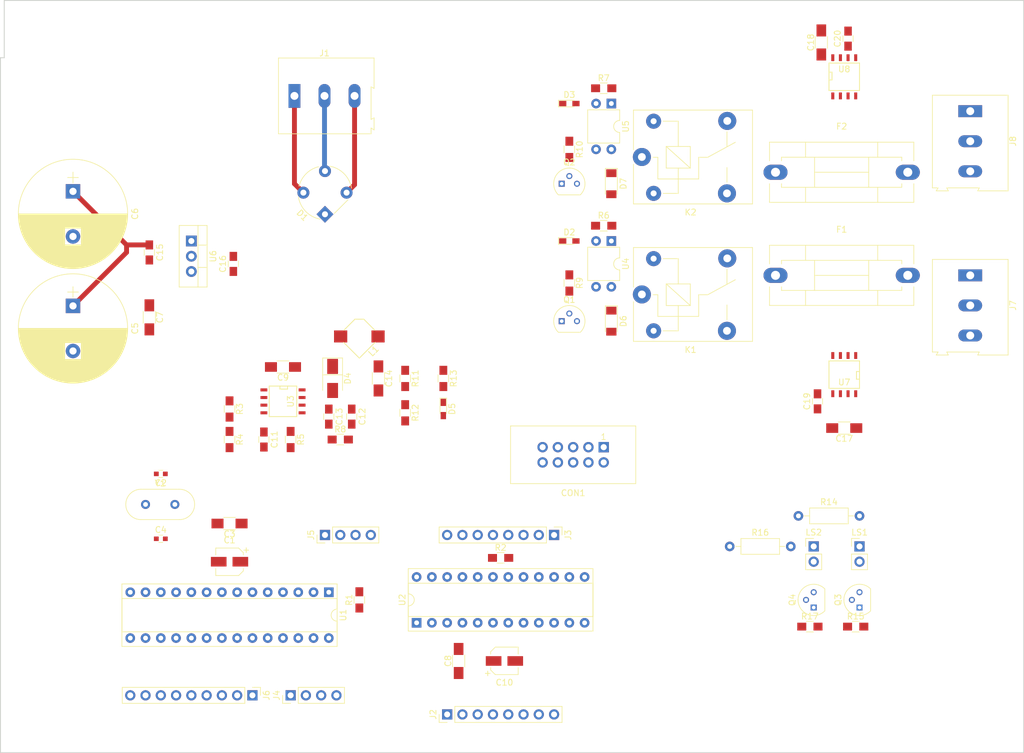
<source format=kicad_pcb>
(kicad_pcb (version 4) (host pcbnew 4.0.7)
  (layers (0 F.Cu signal) (31 B.Cu signal) (34 B.Paste user) (35 F.Paste user) (36 B.SilkS user) (37 F.SilkS user) (38 B.Mask user) (39 F.Mask user) (44 Edge.Cuts user))
  (net 0 "")
  (net 1 +5V)
  (net 2 GND)
  (net 3 /XTAL1)
  (net 4 /XTAL2)
  (net 5 +15V)
  (net 6 "Net-(C11-Pad1)")
  (net 7 /12V)
  (net 8 "Net-(C20-Pad1)")
  (net 9 /MOSI)
  (net 10 "Net-(CON1-Pad3)")
  (net 11 "Net-(CON1-Pad10)")
  (net 12 /RESET)
  (net 13 /SCK)
  (net 14 /MISO)
  (net 15 /AC_IN_NEUT)
  (net 16 /AC_IN_HOT)
  (net 17 /CH0_EN)
  (net 18 "Net-(D2-Pad2)")
  (net 19 /CH1_EN)
  (net 20 "Net-(D3-Pad2)")
  (net 21 "Net-(D4-Pad1)")
  (net 22 /VCOIL)
  (net 23 "Net-(D5-Pad2)")
  (net 24 "Net-(D6-Pad2)")
  (net 25 "Net-(D7-Pad2)")
  (net 26 "Net-(F1-Pad1)")
  (net 27 "Net-(F2-Pad1)")
  (net 28 /DIG0)
  (net 29 /DIG1)
  (net 30 /DIG2)
  (net 31 /DIG3)
  (net 32 /DIG4)
  (net 33 /DIG5)
  (net 34 /DIG6)
  (net 35 /DIG7)
  (net 36 /SEGB)
  (net 37 /SEGG)
  (net 38 /SEGA)
  (net 39 /SEGC)
  (net 40 /SEGF)
  (net 41 /SEGDP)
  (net 42 /SEGE)
  (net 43 /SEGD)
  (net 44 /BLUEFRUIT_SS)
  (net 45 /IRQ)
  (net 46 /DFU)
  (net 47 /BLUEFRUIT_RST)
  (net 48 /DISP_EXTRA_0)
  (net 49 /DISP_COLON_0)
  (net 50 /DISP_EXTRA_1)
  (net 51 /DISP_COLON_1)
  (net 52 /CH0_AC_MID)
  (net 53 /CH1_AC_MID)
  (net 54 "Net-(LS1-Pad1)")
  (net 55 "Net-(LS1-Pad2)")
  (net 56 "Net-(LS2-Pad1)")
  (net 57 "Net-(LS2-Pad2)")
  (net 58 "Net-(Q1-Pad2)")
  (net 59 "Net-(Q2-Pad2)")
  (net 60 /AUD1)
  (net 61 /AUD2)
  (net 62 "Net-(R3-Pad2)")
  (net 63 "Net-(R6-Pad2)")
  (net 64 "Net-(U1-Pad2)")
  (net 65 /DISPLAY_SS)
  (net 66 "Net-(U1-Pad3)")
  (net 67 "Net-(U1-Pad21)")
  (net 68 "Net-(U1-Pad26)")
  (net 69 /CH0_VIOUT)
  (net 70 /CH1_VIOUT)
  (net 71 "Net-(U2-Pad24)")
  (net 72 /CH0_AC_OUT)
  (net 73 /CH1_AC_OUT)
  (net 74 "Net-(C9-Pad1)")
  (net 75 "Net-(C9-Pad2)")
  (net 76 "Net-(C12-Pad1)")
  (net 77 "Net-(C12-Pad2)")
  (net 78 "Net-(C14-Pad2)")
  (net 79 "Net-(C19-Pad1)")
  (net 80 "Net-(R2-Pad2)")
  (net 81 "Net-(R7-Pad2)")
  (net 82 "Net-(R9-Pad1)")
  (net 83 "Net-(R10-Pad1)")
  (net 84 "Net-(R11-Pad2)")
  (net 85 "Net-(F1-Pad2)")
  (net 86 "Net-(F2-Pad2)")
  (net 87 "Net-(J7-Pad2)")
  (net 88 "Net-(J8-Pad2)")
  (net 89 "Net-(K1-Pad4)")
  (net 90 "Net-(K2-Pad4)")
  (module Capacitors_SMD:CP_Elec_4x4.5 (layer F.Cu) (at 97.155 132.715 180)
    (fp_text reference C1 (at 0 3.58 360) (layer F.SilkS))
    (fp_text value 10uF)
    (fp_text user + (at -2.78 1.99 360) (layer F.SilkS))
    (pad 1 smd rect (at -1.8 0) (size 2.6 1.6) (layers F.Cu F.Paste F.Mask) (net 1 +5V))
    (pad 2 smd rect (at 1.8 0) (size 2.6 1.6) (layers F.Cu F.Paste F.Mask) (net 2 GND))
  )
  (module Capacitors_SMD:C_0603 (layer F.Cu) (at 85.725 118.11 180)
    (fp_text reference C2 (at 0 -1.5 180) (layer F.SilkS))
    (fp_text value 20pF)
    (pad 2 smd rect (at 0.75 0 180) (size 0.8 0.75) (layers F.Cu F.Paste F.Mask) (net 2 GND))
    (pad 1 smd rect (at -0.75 0 180) (size 0.8 0.75) (layers F.Cu F.Paste F.Mask) (net 3 /XTAL1))
  )
  (module Capacitors_SMD:C_1206_HandSoldering (layer F.Cu) (at 97.155 126.365 180)
    (fp_text reference C3 (at 0 -1.75 180) (layer F.SilkS))
    (fp_text value 100nF)
    (pad 1 smd rect (at -2 0 180) (size 2 1.6) (layers F.Cu F.Paste F.Mask) (net 1 +5V))
    (pad 2 smd rect (at 2 0 180) (size 2 1.6) (layers F.Cu F.Paste F.Mask) (net 2 GND))
  )
  (module Capacitors_SMD:C_0603 (layer F.Cu) (at 85.725 128.905)
    (fp_text reference C4 (at 0 -1.5) (layer F.SilkS))
    (fp_text value 20pF)
    (pad 2 smd rect (at 0.75 0) (size 0.8 0.75) (layers F.Cu F.Paste F.Mask) (net 2 GND))
    (pad 1 smd rect (at -0.75 0) (size 0.8 0.75) (layers F.Cu F.Paste F.Mask) (net 4 /XTAL2))
  )
  (module Capacitors_THT:CP_Radial_D18.0mm_P7.50mm (layer F.Cu) (at 71.12 90.17 270)
    (fp_text reference C5 (at 3.75 -10.31 270) (layer F.SilkS))
    (fp_text value 6800uF)
    (pad 1 thru_hole rect (at 0 0 270) (size 2.4 2.4) (drill 1.2) (layers *.Cu *.Mask) (net 5 +15V))
    (pad 2 thru_hole circle (at 7.5 0 270) (size 2.4 2.4) (drill 1.2) (layers *.Cu *.Mask) (net 2 GND))
  )
  (module Capacitors_THT:CP_Radial_D18.0mm_P7.50mm (layer F.Cu) (at 71.12 71.12 270)
    (fp_text reference C6 (at 3.75 -10.31 270) (layer F.SilkS))
    (fp_text value 6800uF)
    (pad 1 thru_hole rect (at 0 0 270) (size 2.4 2.4) (drill 1.2) (layers *.Cu *.Mask) (net 5 +15V))
    (pad 2 thru_hole circle (at 7.5 0 270) (size 2.4 2.4) (drill 1.2) (layers *.Cu *.Mask) (net 2 GND))
  )
  (module Capacitors_SMD:C_1206_HandSoldering (layer F.Cu) (at 83.82 92.075 270)
    (fp_text reference C7 (at 0 -1.75 270) (layer F.SilkS))
    (fp_text value 10uF)
    (pad 1 smd rect (at -2 0 270) (size 2 1.6) (layers F.Cu F.Paste F.Mask) (net 5 +15V))
    (pad 2 smd rect (at 2 0 270) (size 2 1.6) (layers F.Cu F.Paste F.Mask) (net 2 GND))
  )
  (module Capacitors_SMD:C_1206_HandSoldering (layer F.Cu) (at 135.255 149.225 90)
    (fp_text reference C8 (at 0 -1.75 90) (layer F.SilkS))
    (fp_text value 100nF)
    (pad 1 smd rect (at -2 0 90) (size 2 1.6) (layers F.Cu F.Paste F.Mask) (net 1 +5V))
    (pad 2 smd rect (at 2 0 90) (size 2 1.6) (layers F.Cu F.Paste F.Mask) (net 2 GND))
  )
  (module Capacitors_SMD:C_1206_HandSoldering (layer F.Cu) (at 106.045 100.33 180)
    (fp_text reference C9 (at 0 -1.75 180) (layer F.SilkS))
    (fp_text value 0.1uF)
    (pad 1 smd rect (at -2 0 180) (size 2 1.6) (layers F.Cu F.Paste F.Mask) (net 74 "Net-(C9-Pad1)"))
    (pad 2 smd rect (at 2 0 180) (size 2 1.6) (layers F.Cu F.Paste F.Mask) (net 75 "Net-(C9-Pad2)"))
  )
  (module Capacitors_SMD:CP_Elec_4x4.5 (layer F.Cu) (at 142.875 149.225)
    (fp_text reference C10 (at 0 3.58 180) (layer F.SilkS))
    (fp_text value 10uF)
    (fp_text user + (at -2.78 1.99 180) (layer F.SilkS))
    (pad 1 smd rect (at -1.8 0 180) (size 2.6 1.6) (layers F.Cu F.Paste F.Mask) (net 1 +5V))
    (pad 2 smd rect (at 1.8 0 180) (size 2.6 1.6) (layers F.Cu F.Paste F.Mask) (net 2 GND))
  )
  (module Capacitors_SMD:C_0805_HandSoldering (layer F.Cu) (at 102.87 112.395 270)
    (fp_text reference C11 (at 0 -1.75 270) (layer F.SilkS))
    (fp_text value 0.015uf)
    (pad 1 smd rect (at -1.25 0 270) (size 1.5 1.25) (layers F.Cu F.Paste F.Mask) (net 6 "Net-(C11-Pad1)"))
    (pad 2 smd rect (at 1.25 0 270) (size 1.5 1.25) (layers F.Cu F.Paste F.Mask) (net 2 GND))
  )
  (module Capacitors_SMD:C_0805_HandSoldering (layer F.Cu) (at 117.475 108.585 270)
    (fp_text reference C12 (at 0 -1.75 270) (layer F.SilkS))
    (fp_text value 680pF)
    (pad 1 smd rect (at -1.25 0 270) (size 1.5 1.25) (layers F.Cu F.Paste F.Mask) (net 76 "Net-(C12-Pad1)"))
    (pad 2 smd rect (at 1.25 0 270) (size 1.5 1.25) (layers F.Cu F.Paste F.Mask) (net 77 "Net-(C12-Pad2)"))
  )
  (module Capacitors_SMD:C_0805_HandSoldering (layer F.Cu) (at 113.665 108.585 270)
    (fp_text reference C13 (at 0 -1.75 270) (layer F.SilkS))
    (fp_text value 47pF)
    (pad 1 smd rect (at -1.25 0 270) (size 1.5 1.25) (layers F.Cu F.Paste F.Mask) (net 76 "Net-(C12-Pad1)"))
    (pad 2 smd rect (at 1.25 0 270) (size 1.5 1.25) (layers F.Cu F.Paste F.Mask) (net 2 GND))
  )
  (module Capacitors_SMD:C_1206_HandSoldering (layer F.Cu) (at 121.92 102.235 270)
    (fp_text reference C14 (at 0 -1.75 270) (layer F.SilkS))
    (fp_text value 10uF)
    (pad 1 smd rect (at -2 0 270) (size 2 1.6) (layers F.Cu F.Paste F.Mask) (net 1 +5V))
    (pad 2 smd rect (at 2 0 270) (size 2 1.6) (layers F.Cu F.Paste F.Mask) (net 78 "Net-(C14-Pad2)"))
  )
  (module Capacitors_SMD:C_0805_HandSoldering (layer F.Cu) (at 83.82 81.28 270)
    (fp_text reference C15 (at 0 -1.75 270) (layer F.SilkS))
    (fp_text value 0.33uF)
    (pad 1 smd rect (at -1.25 0 270) (size 1.5 1.25) (layers F.Cu F.Paste F.Mask) (net 5 +15V))
    (pad 2 smd rect (at 1.25 0 270) (size 1.5 1.25) (layers F.Cu F.Paste F.Mask) (net 2 GND))
  )
  (module Capacitors_SMD:C_1206_HandSoldering (layer F.Cu) (at 199.39 110.49 180)
    (fp_text reference C17 (at 0 -1.75 180) (layer F.SilkS))
    (fp_text value 100nF)
    (pad 1 smd rect (at -2 0 180) (size 2 1.6) (layers F.Cu F.Paste F.Mask) (net 1 +5V))
    (pad 2 smd rect (at 2 0 180) (size 2 1.6) (layers F.Cu F.Paste F.Mask) (net 2 GND))
  )
  (module Capacitors_SMD:C_1206_HandSoldering (layer F.Cu) (at 195.58 46.355 90)
    (fp_text reference C18 (at 0 -1.75 90) (layer F.SilkS))
    (fp_text value 100nF)
    (pad 1 smd rect (at -2 0 90) (size 2 1.6) (layers F.Cu F.Paste F.Mask) (net 1 +5V))
    (pad 2 smd rect (at 2 0 90) (size 2 1.6) (layers F.Cu F.Paste F.Mask) (net 2 GND))
  )
  (module Capacitors_SMD:C_0805_HandSoldering (layer F.Cu) (at 200.025 45.72 90)
    (fp_text reference C20 (at 0 -1.75 90) (layer F.SilkS))
    (fp_text value 1nF)
    (pad 1 smd rect (at -1.25 0 90) (size 1.5 1.25) (layers F.Cu F.Paste F.Mask) (net 8 "Net-(C20-Pad1)"))
    (pad 2 smd rect (at 1.25 0 90) (size 1.5 1.25) (layers F.Cu F.Paste F.Mask) (net 2 GND))
  )
  (module Connectors:IDC_Header_Straight_10pins (layer F.Cu) (at 159.385 113.665 180)
    (fp_text reference CON1 (at 5.08 -7.62 180) (layer F.SilkS))
    (fp_text value AVR-ISP-10)
    (fp_text user 1 (at 0.02 1.72 180) (layer F.SilkS) (effects (font (thickness 0.12))))
    (pad 1 thru_hole rect (at 0 0 180) (size 1.7272 1.7272) (drill 1.016) (layers *.Cu *.Mask) (net 9 /MOSI))
    (pad 2 thru_hole oval (at 0 -2.54 180) (size 1.7272 1.7272) (drill 1.016) (layers *.Cu *.Mask) (net 1 +5V))
    (pad 3 thru_hole oval (at 2.54 0 180) (size 1.7272 1.7272) (drill 1.016) (layers *.Cu *.Mask) (net 10 "Net-(CON1-Pad3)"))
    (pad 4 thru_hole oval (at 2.54 -2.54 180) (size 1.7272 1.7272) (drill 1.016) (layers *.Cu *.Mask) (net 11 "Net-(CON1-Pad10)"))
    (pad 5 thru_hole oval (at 5.08 0 180) (size 1.7272 1.7272) (drill 1.016) (layers *.Cu *.Mask) (net 12 /RESET))
    (pad 6 thru_hole oval (at 5.08 -2.54 180) (size 1.7272 1.7272) (drill 1.016) (layers *.Cu *.Mask) (net 11 "Net-(CON1-Pad10)"))
    (pad 7 thru_hole oval (at 7.62 0 180) (size 1.7272 1.7272) (drill 1.016) (layers *.Cu *.Mask) (net 13 /SCK))
    (pad 8 thru_hole oval (at 7.62 -2.54 180) (size 1.7272 1.7272) (drill 1.016) (layers *.Cu *.Mask) (net 11 "Net-(CON1-Pad10)"))
    (pad 9 thru_hole oval (at 10.16 0 180) (size 1.7272 1.7272) (drill 1.016) (layers *.Cu *.Mask) (net 14 /MISO))
    (pad 10 thru_hole oval (at 10.16 -2.54 180) (size 1.7272 1.7272) (drill 1.016) (layers *.Cu *.Mask) (net 11 "Net-(CON1-Pad10)"))
  )
  (module Diodes_THT:Diode_Bridge_Round_D8.9mm (layer F.Cu) (at 113.03 74.93 135)
    (fp_text reference D1 (at 2.54 -2.794 135) (layer F.SilkS))
    (fp_text value "110B2 (W01G)")
    (pad 4 thru_hole oval (at 5.08 0 135) (size 2 2) (drill 1) (layers *.Cu *.Mask) (net 16 /AC_IN_HOT))
    (pad 2 thru_hole oval (at 0 5.08 135) (size 2 2) (drill 1) (layers *.Cu *.Mask) (net 15 /AC_IN_NEUT))
    (pad 3 thru_hole oval (at 5.08 5.08 135) (size 2 2) (drill 1) (layers *.Cu *.Mask) (net 2 GND))
    (pad 1 thru_hole rect (at 0 0 135) (size 2 2) (drill 1) (layers *.Cu *.Mask) (net 5 +15V))
  )
  (module LEDs:LED_0603_HandSoldering (layer F.Cu) (at 153.67 79.375)
    (fp_text reference D2 (at 0 -1.45) (layer F.SilkS))
    (fp_text value LED)
    (pad 1 smd rect (at -1.1 0) (size 1.2 0.9) (layers F.Cu F.Paste F.Mask) (net 17 /CH0_EN))
    (pad 2 smd rect (at 1.1 0) (size 1.2 0.9) (layers F.Cu F.Paste F.Mask) (net 18 "Net-(D2-Pad2)"))
  )
  (module LEDs:LED_0603_HandSoldering (layer F.Cu) (at 153.67 56.515)
    (fp_text reference D3 (at 0 -1.45) (layer F.SilkS))
    (fp_text value LED)
    (pad 1 smd rect (at -1.1 0) (size 1.2 0.9) (layers F.Cu F.Paste F.Mask) (net 19 /CH1_EN))
    (pad 2 smd rect (at 1.1 0) (size 1.2 0.9) (layers F.Cu F.Paste F.Mask) (net 20 "Net-(D3-Pad2)"))
  )
  (module footprints:D_SMA (layer F.Cu) (at 114.3 102.235 270)
    (fp_text reference D4 (at 0 -2.5 270) (layer F.SilkS))
    (fp_text value B220A)
    (pad 1 smd rect (at -2 0 270) (size 2.5 1.8) (layers F.Cu F.Paste F.Mask) (net 21 "Net-(D4-Pad1)"))
    (pad 2 smd rect (at 2 0 270) (size 2.5 1.8) (layers F.Cu F.Paste F.Mask) (net 78 "Net-(C14-Pad2)"))
  )
  (module LEDs:LED_0603_HandSoldering (layer F.Cu) (at 132.715 107.315 270)
    (fp_text reference D5 (at 0 -1.45 270) (layer F.SilkS))
    (fp_text value LED)
    (pad 1 smd rect (at -1.1 0 270) (size 1.2 0.9) (layers F.Cu F.Paste F.Mask) (net 2 GND))
    (pad 2 smd rect (at 1.1 0 270) (size 1.2 0.9) (layers F.Cu F.Paste F.Mask) (net 23 "Net-(D5-Pad2)"))
  )
  (module Diodes_SMD:D_MiniMELF (layer F.Cu) (at 160.655 92.71 270)
    (fp_text reference D6 (at 0 -2 270) (layer F.SilkS))
    (fp_text value LL4148)
    (pad 1 smd rect (at -1.75 0 270) (size 1.3 1.7) (layers F.Cu F.Paste F.Mask) (net 22 /VCOIL))
    (pad 2 smd rect (at 1.75 0 270) (size 1.3 1.7) (layers F.Cu F.Paste F.Mask) (net 24 "Net-(D6-Pad2)"))
  )
  (module Diodes_SMD:D_MiniMELF (layer F.Cu) (at 160.655 69.85 270)
    (fp_text reference D7 (at 0 -2 270) (layer F.SilkS))
    (fp_text value LL4148)
    (pad 1 smd rect (at -1.75 0 270) (size 1.3 1.7) (layers F.Cu F.Paste F.Mask) (net 22 /VCOIL))
    (pad 2 smd rect (at 1.75 0 270) (size 1.3 1.7) (layers F.Cu F.Paste F.Mask) (net 25 "Net-(D7-Pad2)"))
  )
  (module Fuse_Holders_and_Fuses:Fuseholder5x20_horiz_SemiClosed_Casing10x25mm (layer F.Cu) (at 187.96 85.09)
    (fp_text reference F1 (at 11 -7.62) (layer F.SilkS))
    (fp_text value Fuse)
    (pad 2 thru_hole oval (at 22 0 270) (size 2.5 4) (drill 1.5) (layers *.Cu *.Mask) (net 85 "Net-(F1-Pad2)"))
    (pad 1 thru_hole oval (at 0 0 270) (size 2.5 4) (drill 1.5) (layers *.Cu *.Mask) (net 26 "Net-(F1-Pad1)"))
  )
  (module Fuse_Holders_and_Fuses:Fuseholder5x20_horiz_SemiClosed_Casing10x25mm (layer F.Cu) (at 187.96 67.945)
    (fp_text reference F2 (at 11 -7.62) (layer F.SilkS))
    (fp_text value Fuse)
    (pad 2 thru_hole oval (at 22 0 270) (size 2.5 4) (drill 1.5) (layers *.Cu *.Mask) (net 86 "Net-(F2-Pad2)"))
    (pad 1 thru_hole oval (at 0 0 270) (size 2.5 4) (drill 1.5) (layers *.Cu *.Mask) (net 27 "Net-(F2-Pad1)"))
  )
  (module Connectors:AK300-3 (layer F.Cu) (at 107.95 55.245)
    (fp_text reference J1 (at 5 -7.1) (layer F.SilkS))
    (fp_text value AC_IN)
    (pad 1 thru_hole rect (at 0 0) (size 1.98 3.96) (drill 1.32) (layers *.Cu F.Paste F.Mask) (net 16 /AC_IN_HOT))
    (pad 2 thru_hole oval (at 5 0) (size 1.98 3.96) (drill 1.32) (layers *.Cu F.Paste F.Mask) (net 2 GND))
    (pad 3 thru_hole oval (at 10 0) (size 1.98 3.96) (drill 1.32) (layers *.Cu F.Paste F.Mask) (net 15 /AC_IN_NEUT))
  )
  (module Pin_Headers:Pin_Header_Straight_1x08_Pitch2.54mm (layer F.Cu) (at 133.35 158.115 90)
    (fp_text reference J2 (at 0 -2.33 90) (layer F.SilkS))
    (fp_text value DIGITS)
    (pad 1 thru_hole rect (at 0 0 90) (size 1.7 1.7) (drill 1) (layers *.Cu *.Mask) (net 28 /DIG0))
    (pad 2 thru_hole oval (at 0 2.54 90) (size 1.7 1.7) (drill 1) (layers *.Cu *.Mask) (net 29 /DIG1))
    (pad 3 thru_hole oval (at 0 5.08 90) (size 1.7 1.7) (drill 1) (layers *.Cu *.Mask) (net 30 /DIG2))
    (pad 4 thru_hole oval (at 0 7.62 90) (size 1.7 1.7) (drill 1) (layers *.Cu *.Mask) (net 31 /DIG3))
    (pad 5 thru_hole oval (at 0 10.16 90) (size 1.7 1.7) (drill 1) (layers *.Cu *.Mask) (net 32 /DIG4))
    (pad 6 thru_hole oval (at 0 12.7 90) (size 1.7 1.7) (drill 1) (layers *.Cu *.Mask) (net 33 /DIG5))
    (pad 7 thru_hole oval (at 0 15.24 90) (size 1.7 1.7) (drill 1) (layers *.Cu *.Mask) (net 34 /DIG6))
    (pad 8 thru_hole oval (at 0 17.78 90) (size 1.7 1.7) (drill 1) (layers *.Cu *.Mask) (net 35 /DIG7))
  )
  (module Pin_Headers:Pin_Header_Straight_1x08_Pitch2.54mm (layer F.Cu) (at 151.13 128.27 270)
    (fp_text reference J3 (at 0 -2.33 270) (layer F.SilkS))
    (fp_text value SEGMENTS)
    (pad 1 thru_hole rect (at 0 0 270) (size 1.7 1.7) (drill 1) (layers *.Cu *.Mask) (net 36 /SEGB))
    (pad 2 thru_hole oval (at 0 2.54 270) (size 1.7 1.7) (drill 1) (layers *.Cu *.Mask) (net 37 /SEGG))
    (pad 3 thru_hole oval (at 0 5.08 270) (size 1.7 1.7) (drill 1) (layers *.Cu *.Mask) (net 38 /SEGA))
    (pad 4 thru_hole oval (at 0 7.62 270) (size 1.7 1.7) (drill 1) (layers *.Cu *.Mask) (net 39 /SEGC))
    (pad 5 thru_hole oval (at 0 10.16 270) (size 1.7 1.7) (drill 1) (layers *.Cu *.Mask) (net 40 /SEGF))
    (pad 6 thru_hole oval (at 0 12.7 270) (size 1.7 1.7) (drill 1) (layers *.Cu *.Mask) (net 41 /SEGDP))
    (pad 7 thru_hole oval (at 0 15.24 270) (size 1.7 1.7) (drill 1) (layers *.Cu *.Mask) (net 42 /SEGE))
    (pad 8 thru_hole oval (at 0 17.78 270) (size 1.7 1.7) (drill 1) (layers *.Cu *.Mask) (net 43 /SEGD))
  )
  (module Pin_Headers:Pin_Header_Straight_1x04_Pitch2.54mm (layer F.Cu) (at 107.315 154.94 90)
    (fp_text reference J4 (at 0 -2.33 90) (layer F.SilkS))
    (fp_text value DISP0_EXTRAS)
    (pad 1 thru_hole rect (at 0 0 90) (size 1.7 1.7) (drill 1) (layers *.Cu *.Mask) (net 1 +5V))
    (pad 2 thru_hole oval (at 0 2.54 90) (size 1.7 1.7) (drill 1) (layers *.Cu *.Mask) (net 1 +5V))
    (pad 3 thru_hole oval (at 0 5.08 90) (size 1.7 1.7) (drill 1) (layers *.Cu *.Mask) (net 48 /DISP_EXTRA_0))
    (pad 4 thru_hole oval (at 0 7.62 90) (size 1.7 1.7) (drill 1) (layers *.Cu *.Mask) (net 49 /DISP_COLON_0))
  )
  (module Pin_Headers:Pin_Header_Straight_1x04_Pitch2.54mm (layer F.Cu) (at 113.03 128.27 90)
    (fp_text reference J5 (at 0 -2.33 90) (layer F.SilkS))
    (fp_text value DISP1_EXTRAS)
    (pad 1 thru_hole rect (at 0 0 90) (size 1.7 1.7) (drill 1) (layers *.Cu *.Mask) (net 1 +5V))
    (pad 2 thru_hole oval (at 0 2.54 90) (size 1.7 1.7) (drill 1) (layers *.Cu *.Mask) (net 1 +5V))
    (pad 3 thru_hole oval (at 0 5.08 90) (size 1.7 1.7) (drill 1) (layers *.Cu *.Mask) (net 50 /DISP_EXTRA_1))
    (pad 4 thru_hole oval (at 0 7.62 90) (size 1.7 1.7) (drill 1) (layers *.Cu *.Mask) (net 51 /DISP_COLON_1))
  )
  (module Pin_Headers:Pin_Header_Straight_1x09_Pitch2.54mm (layer F.Cu) (at 100.965 154.94 270)
    (fp_text reference J6 (at 0 -2.33 270) (layer F.SilkS))
    (fp_text value BLUEFRUIT_CONNECTOR)
    (pad 1 thru_hole rect (at 0 0 270) (size 1.7 1.7) (drill 1) (layers *.Cu *.Mask) (net 46 /DFU))
    (pad 2 thru_hole oval (at 0 2.54 270) (size 1.7 1.7) (drill 1) (layers *.Cu *.Mask) (net 47 /BLUEFRUIT_RST))
    (pad 3 thru_hole oval (at 0 5.08 270) (size 1.7 1.7) (drill 1) (layers *.Cu *.Mask) (net 2 GND))
    (pad 4 thru_hole oval (at 0 7.62 270) (size 1.7 1.7) (drill 1) (layers *.Cu *.Mask) (net 1 +5V))
    (pad 5 thru_hole oval (at 0 10.16 270) (size 1.7 1.7) (drill 1) (layers *.Cu *.Mask) (net 45 /IRQ))
    (pad 6 thru_hole oval (at 0 12.7 270) (size 1.7 1.7) (drill 1) (layers *.Cu *.Mask) (net 13 /SCK))
    (pad 7 thru_hole oval (at 0 15.24 270) (size 1.7 1.7) (drill 1) (layers *.Cu *.Mask) (net 14 /MISO))
    (pad 8 thru_hole oval (at 0 17.78 270) (size 1.7 1.7) (drill 1) (layers *.Cu *.Mask) (net 9 /MOSI))
    (pad 9 thru_hole oval (at 0 20.32 270) (size 1.7 1.7) (drill 1) (layers *.Cu *.Mask) (net 44 /BLUEFRUIT_SS))
  )
  (module Relays_THT:Relay_SPDT_SANYOU_SRD_Series_Form_C (layer F.Cu) (at 165.735 88.265)
    (fp_text reference K1 (at 8.1 9.2) (layer F.SilkS))
    (fp_text value SRD_CH0)
    (pad 2 thru_hole circle (at 1.95 6.05 90) (size 2.5 2.5) (drill 1) (layers *.Cu *.Mask) (net 24 "Net-(D6-Pad2)"))
    (pad 3 thru_hole circle (at 14.15 6.05 90) (size 3 3) (drill 1.3) (layers *.Cu *.Mask) (net 52 /CH0_AC_MID))
    (pad 4 thru_hole circle (at 14.2 -6 90) (size 3 3) (drill 1.3) (layers *.Cu *.Mask) (net 89 "Net-(K1-Pad4)"))
    (pad 5 thru_hole circle (at 1.95 -5.95 90) (size 2.5 2.5) (drill 1) (layers *.Cu *.Mask) (net 22 /VCOIL))
    (pad 1 thru_hole circle (at 0 0 90) (size 3 3) (drill 1.3) (layers *.Cu *.Mask) (net 26 "Net-(F1-Pad1)"))
  )
  (module Relays_THT:Relay_SPDT_SANYOU_SRD_Series_Form_C (layer F.Cu) (at 165.735 65.405)
    (fp_text reference K2 (at 8.1 9.2) (layer F.SilkS))
    (fp_text value SRD_CH1)
    (pad 2 thru_hole circle (at 1.95 6.05 90) (size 2.5 2.5) (drill 1) (layers *.Cu *.Mask) (net 25 "Net-(D7-Pad2)"))
    (pad 3 thru_hole circle (at 14.15 6.05 90) (size 3 3) (drill 1.3) (layers *.Cu *.Mask) (net 53 /CH1_AC_MID))
    (pad 4 thru_hole circle (at 14.2 -6 90) (size 3 3) (drill 1.3) (layers *.Cu *.Mask) (net 90 "Net-(K2-Pad4)"))
    (pad 5 thru_hole circle (at 1.95 -5.95 90) (size 2.5 2.5) (drill 1) (layers *.Cu *.Mask) (net 22 /VCOIL))
    (pad 1 thru_hole circle (at 0 0 90) (size 3 3) (drill 1.3) (layers *.Cu *.Mask) (net 27 "Net-(F2-Pad1)"))
  )
  (module footprints:L_Sumida_4.9x4.9mm_diag (layer F.Cu) (at 118.745 95.25 45)
    (fp_text reference L1 (at -0.05 3.4 45) (layer F.SilkS))
    (fp_text value 3.3uH)
    (pad 1 smd rect (at -2.2 -2.2 90) (size 2 2.2) (layers F.Cu F.Paste F.Mask) (net 21 "Net-(D4-Pad1)"))
    (pad 2 smd rect (at 2.2 2.2 90) (size 2 2.2) (layers F.Cu F.Paste F.Mask) (net 1 +5V))
  )
  (module Pin_Headers:Pin_Header_Straight_1x02_Pitch2.54mm (layer F.Cu) (at 201.93 130.175)
    (fp_text reference LS1 (at 0 -2.33) (layer F.SilkS))
    (fp_text value Speaker)
    (pad 1 thru_hole rect (at 0 0) (size 1.7 1.7) (drill 1) (layers *.Cu *.Mask) (net 54 "Net-(LS1-Pad1)"))
    (pad 2 thru_hole oval (at 0 2.54) (size 1.7 1.7) (drill 1) (layers *.Cu *.Mask) (net 55 "Net-(LS1-Pad2)"))
  )
  (module Pin_Headers:Pin_Header_Straight_1x02_Pitch2.54mm (layer F.Cu) (at 194.31 130.175)
    (fp_text reference LS2 (at 0 -2.33) (layer F.SilkS))
    (fp_text value Speaker)
    (pad 1 thru_hole rect (at 0 0) (size 1.7 1.7) (drill 1) (layers *.Cu *.Mask) (net 56 "Net-(LS2-Pad1)"))
    (pad 2 thru_hole oval (at 0 2.54) (size 1.7 1.7) (drill 1) (layers *.Cu *.Mask) (net 57 "Net-(LS2-Pad2)"))
  )
  (module TO_SOT_Packages_THT:TO-92_Molded_Narrow (layer F.Cu) (at 152.4 92.71)
    (fp_text reference Q1 (at 1.27 -3.56) (layer F.SilkS))
    (fp_text value S8050)
    (pad 2 thru_hole circle (at 1.27 -1.27 90) (size 1 1) (drill 0.6) (layers *.Cu *.Mask) (net 58 "Net-(Q1-Pad2)"))
    (pad 3 thru_hole circle (at 2.54 0 90) (size 1 1) (drill 0.6) (layers *.Cu *.Mask) (net 24 "Net-(D6-Pad2)"))
    (pad 1 thru_hole rect (at 0 0 90) (size 1 1) (drill 0.6) (layers *.Cu *.Mask) (net 2 GND))
  )
  (module TO_SOT_Packages_THT:TO-92_Molded_Narrow (layer F.Cu) (at 152.4 69.85)
    (fp_text reference Q2 (at 1.27 -3.56) (layer F.SilkS))
    (fp_text value S8050)
    (pad 2 thru_hole circle (at 1.27 -1.27 90) (size 1 1) (drill 0.6) (layers *.Cu *.Mask) (net 59 "Net-(Q2-Pad2)"))
    (pad 3 thru_hole circle (at 2.54 0 90) (size 1 1) (drill 0.6) (layers *.Cu *.Mask) (net 25 "Net-(D7-Pad2)"))
    (pad 1 thru_hole rect (at 0 0 90) (size 1 1) (drill 0.6) (layers *.Cu *.Mask) (net 2 GND))
  )
  (module TO_SOT_Packages_THT:TO-92_Molded_Narrow (layer F.Cu) (at 201.93 140.335 90)
    (fp_text reference Q3 (at 1.27 -3.56 90) (layer F.SilkS))
    (fp_text value 2N7000)
    (pad 2 thru_hole circle (at 1.27 -1.27 180) (size 1 1) (drill 0.6) (layers *.Cu *.Mask) (net 60 /AUD1))
    (pad 3 thru_hole circle (at 2.54 0 180) (size 1 1) (drill 0.6) (layers *.Cu *.Mask) (net 55 "Net-(LS1-Pad2)"))
    (pad 1 thru_hole rect (at 0 0 180) (size 1 1) (drill 0.6) (layers *.Cu *.Mask) (net 2 GND))
  )
  (module TO_SOT_Packages_THT:TO-92_Molded_Narrow (layer F.Cu) (at 194.31 140.335 90)
    (fp_text reference Q4 (at 1.27 -3.56 90) (layer F.SilkS))
    (fp_text value 2N7000)
    (pad 2 thru_hole circle (at 1.27 -1.27 180) (size 1 1) (drill 0.6) (layers *.Cu *.Mask) (net 61 /AUD2))
    (pad 3 thru_hole circle (at 2.54 0 180) (size 1 1) (drill 0.6) (layers *.Cu *.Mask) (net 57 "Net-(LS2-Pad2)"))
    (pad 1 thru_hole rect (at 0 0 180) (size 1 1) (drill 0.6) (layers *.Cu *.Mask) (net 2 GND))
  )
  (module Resistors_SMD:R_0805_HandSoldering (layer F.Cu) (at 118.745 139.065 90)
    (fp_text reference R1 (at 0 -1.7 90) (layer F.SilkS))
    (fp_text value 10k)
    (pad 1 smd rect (at -1.35 0 90) (size 1.5 1.3) (layers F.Cu F.Paste F.Mask) (net 1 +5V))
    (pad 2 smd rect (at 1.35 0 90) (size 1.5 1.3) (layers F.Cu F.Paste F.Mask) (net 12 /RESET))
  )
  (module Resistors_SMD:R_0805_HandSoldering (layer F.Cu) (at 142.24 132.08)
    (fp_text reference R2 (at 0 -1.7) (layer F.SilkS))
    (fp_text value 10k)
    (pad 1 smd rect (at -1.35 0) (size 1.5 1.3) (layers F.Cu F.Paste F.Mask) (net 1 +5V))
    (pad 2 smd rect (at 1.35 0) (size 1.5 1.3) (layers F.Cu F.Paste F.Mask) (net 80 "Net-(R2-Pad2)"))
  )
  (module Resistors_SMD:R_0805_HandSoldering (layer F.Cu) (at 97.155 107.315 270)
    (fp_text reference R3 (at 0 -1.7 270) (layer F.SilkS))
    (fp_text value 150k)
    (pad 1 smd rect (at -1.35 0 270) (size 1.5 1.3) (layers F.Cu F.Paste F.Mask) (net 5 +15V))
    (pad 2 smd rect (at 1.35 0 270) (size 1.5 1.3) (layers F.Cu F.Paste F.Mask) (net 62 "Net-(R3-Pad2)"))
  )
  (module Resistors_SMD:R_0805_HandSoldering (layer F.Cu) (at 97.155 112.395 270)
    (fp_text reference R4 (at 0 -1.7 270) (layer F.SilkS))
    (fp_text value 48.7k)
    (pad 1 smd rect (at -1.35 0 270) (size 1.5 1.3) (layers F.Cu F.Paste F.Mask) (net 62 "Net-(R3-Pad2)"))
    (pad 2 smd rect (at 1.35 0 270) (size 1.5 1.3) (layers F.Cu F.Paste F.Mask) (net 2 GND))
  )
  (module Resistors_SMD:R_0805_HandSoldering (layer F.Cu) (at 107.315 112.395 270)
    (fp_text reference R5 (at 0 -1.7 270) (layer F.SilkS))
    (fp_text value R)
    (pad 1 smd rect (at -1.35 0 270) (size 1.5 1.3) (layers F.Cu F.Paste F.Mask) (net 6 "Net-(C11-Pad1)"))
    (pad 2 smd rect (at 1.35 0 270) (size 1.5 1.3) (layers F.Cu F.Paste F.Mask) (net 2 GND))
  )
  (module Resistors_SMD:R_0805_HandSoldering (layer F.Cu) (at 159.385 76.835)
    (fp_text reference R6 (at 0 -1.7) (layer F.SilkS))
    (fp_text value 1k)
    (pad 1 smd rect (at -1.35 0) (size 1.5 1.3) (layers F.Cu F.Paste F.Mask) (net 1 +5V))
    (pad 2 smd rect (at 1.35 0) (size 1.5 1.3) (layers F.Cu F.Paste F.Mask) (net 63 "Net-(R6-Pad2)"))
  )
  (module Resistors_SMD:R_0805_HandSoldering (layer F.Cu) (at 159.385 53.975)
    (fp_text reference R7 (at 0 -1.7) (layer F.SilkS))
    (fp_text value 1k)
    (pad 1 smd rect (at -1.35 0) (size 1.5 1.3) (layers F.Cu F.Paste F.Mask) (net 1 +5V))
    (pad 2 smd rect (at 1.35 0) (size 1.5 1.3) (layers F.Cu F.Paste F.Mask) (net 81 "Net-(R7-Pad2)"))
  )
  (module Resistors_SMD:R_0805_HandSoldering (layer F.Cu) (at 115.57 112.395)
    (fp_text reference R8 (at 0 -1.7) (layer F.SilkS))
    (fp_text value 17.4k)
    (pad 1 smd rect (at -1.35 0) (size 1.5 1.3) (layers F.Cu F.Paste F.Mask) (net 2 GND))
    (pad 2 smd rect (at 1.35 0) (size 1.5 1.3) (layers F.Cu F.Paste F.Mask) (net 77 "Net-(C12-Pad2)"))
  )
  (module Resistors_SMD:R_0805_HandSoldering (layer F.Cu) (at 153.67 86.36 270)
    (fp_text reference R9 (at 0 -1.7 270) (layer F.SilkS))
    (fp_text value 1.2k)
    (pad 1 smd rect (at -1.35 0 270) (size 1.5 1.3) (layers F.Cu F.Paste F.Mask) (net 82 "Net-(R9-Pad1)"))
    (pad 2 smd rect (at 1.35 0 270) (size 1.5 1.3) (layers F.Cu F.Paste F.Mask) (net 58 "Net-(Q1-Pad2)"))
  )
  (module Resistors_SMD:R_0805_HandSoldering (layer F.Cu) (at 153.67 64.135 270)
    (fp_text reference R10 (at 0 -1.7 270) (layer F.SilkS))
    (fp_text value 1.2k)
    (pad 1 smd rect (at -1.35 0 270) (size 1.5 1.3) (layers F.Cu F.Paste F.Mask) (net 83 "Net-(R10-Pad1)"))
    (pad 2 smd rect (at 1.35 0 270) (size 1.5 1.3) (layers F.Cu F.Paste F.Mask) (net 59 "Net-(Q2-Pad2)"))
  )
  (module Resistors_SMD:R_0805_HandSoldering (layer F.Cu) (at 126.365 102.235 270)
    (fp_text reference R11 (at 0 -1.7 270) (layer F.SilkS))
    (fp_text value 10k)
    (pad 1 smd rect (at -1.35 0 270) (size 1.5 1.3) (layers F.Cu F.Paste F.Mask) (net 1 +5V))
    (pad 2 smd rect (at 1.35 0 270) (size 1.5 1.3) (layers F.Cu F.Paste F.Mask) (net 84 "Net-(R11-Pad2)"))
  )
  (module Resistors_SMD:R_0805_HandSoldering (layer F.Cu) (at 126.365 107.95 270)
    (fp_text reference R12 (at 0 -1.7 270) (layer F.SilkS))
    (fp_text value 1.87k)
    (pad 1 smd rect (at -1.35 0 270) (size 1.5 1.3) (layers F.Cu F.Paste F.Mask) (net 84 "Net-(R11-Pad2)"))
    (pad 2 smd rect (at 1.35 0 270) (size 1.5 1.3) (layers F.Cu F.Paste F.Mask) (net 2 GND))
  )
  (module Resistors_SMD:R_0805_HandSoldering (layer F.Cu) (at 132.715 102.235 270)
    (fp_text reference R13 (at 0 -1.7 270) (layer F.SilkS))
    (fp_text value 1.37k)
    (pad 1 smd rect (at -1.35 0 270) (size 1.5 1.3) (layers F.Cu F.Paste F.Mask) (net 1 +5V))
    (pad 2 smd rect (at 1.35 0 270) (size 1.5 1.3) (layers F.Cu F.Paste F.Mask) (net 23 "Net-(D5-Pad2)"))
  )
  (module Resistors_THT:R_Axial_DIN0207_L6.3mm_D2.5mm_P10.16mm_Horizontal (layer F.Cu) (at 191.77 125.095)
    (fp_text reference R14 (at 5.08 -2.31) (layer F.SilkS))
    (fp_text value 100)
    (pad 1 thru_hole circle (at 0 0) (size 1.6 1.6) (drill 0.8) (layers *.Cu *.Mask) (net 1 +5V))
    (pad 2 thru_hole oval (at 10.16 0) (size 1.6 1.6) (drill 0.8) (layers *.Cu *.Mask) (net 54 "Net-(LS1-Pad1)"))
  )
  (module Resistors_SMD:R_0805_HandSoldering (layer F.Cu) (at 201.295 143.51)
    (fp_text reference R15 (at 0 -1.7) (layer F.SilkS))
    (fp_text value 10k)
    (pad 1 smd rect (at -1.35 0) (size 1.5 1.3) (layers F.Cu F.Paste F.Mask) (net 60 /AUD1))
    (pad 2 smd rect (at 1.35 0) (size 1.5 1.3) (layers F.Cu F.Paste F.Mask) (net 2 GND))
  )
  (module Resistors_THT:R_Axial_DIN0207_L6.3mm_D2.5mm_P10.16mm_Horizontal (layer F.Cu) (at 180.34 130.175)
    (fp_text reference R16 (at 5.08 -2.31) (layer F.SilkS))
    (fp_text value 100)
    (pad 1 thru_hole circle (at 0 0) (size 1.6 1.6) (drill 0.8) (layers *.Cu *.Mask) (net 1 +5V))
    (pad 2 thru_hole oval (at 10.16 0) (size 1.6 1.6) (drill 0.8) (layers *.Cu *.Mask) (net 56 "Net-(LS2-Pad1)"))
  )
  (module Resistors_SMD:R_0805_HandSoldering (layer F.Cu) (at 193.675 143.51)
    (fp_text reference R17 (at 0 -1.7) (layer F.SilkS))
    (fp_text value 10k)
    (pad 1 smd rect (at -1.35 0) (size 1.5 1.3) (layers F.Cu F.Paste F.Mask) (net 61 /AUD2))
    (pad 2 smd rect (at 1.35 0) (size 1.5 1.3) (layers F.Cu F.Paste F.Mask) (net 2 GND))
  )
  (module Housings_DIP:DIP-28_W7.62mm_Socket (layer F.Cu) (at 113.665 137.795 270)
    (fp_text reference U1 (at 3.81 -2.39 270) (layer F.SilkS))
    (fp_text value ATMEGA328P-PU)
    (pad 1 thru_hole rect (at 0 0 270) (size 1.6 1.6) (drill 0.8) (layers *.Cu *.Mask) (net 12 /RESET))
    (pad 15 thru_hole oval (at 7.62 33.02 270) (size 1.6 1.6) (drill 0.8) (layers *.Cu *.Mask) (net 44 /BLUEFRUIT_SS))
    (pad 2 thru_hole oval (at 0 2.54 270) (size 1.6 1.6) (drill 0.8) (layers *.Cu *.Mask) (net 64 "Net-(U1-Pad2)"))
    (pad 16 thru_hole oval (at 7.62 30.48 270) (size 1.6 1.6) (drill 0.8) (layers *.Cu *.Mask) (net 65 /DISPLAY_SS))
    (pad 3 thru_hole oval (at 0 5.08 270) (size 1.6 1.6) (drill 0.8) (layers *.Cu *.Mask) (net 66 "Net-(U1-Pad3)"))
    (pad 17 thru_hole oval (at 7.62 27.94 270) (size 1.6 1.6) (drill 0.8) (layers *.Cu *.Mask) (net 9 /MOSI))
    (pad 4 thru_hole oval (at 0 7.62 270) (size 1.6 1.6) (drill 0.8) (layers *.Cu *.Mask) (net 45 /IRQ))
    (pad 18 thru_hole oval (at 7.62 25.4 270) (size 1.6 1.6) (drill 0.8) (layers *.Cu *.Mask) (net 14 /MISO))
    (pad 5 thru_hole oval (at 0 10.16 270) (size 1.6 1.6) (drill 0.8) (layers *.Cu *.Mask) (net 60 /AUD1))
    (pad 19 thru_hole oval (at 7.62 22.86 270) (size 1.6 1.6) (drill 0.8) (layers *.Cu *.Mask) (net 13 /SCK))
    (pad 6 thru_hole oval (at 0 12.7 270) (size 1.6 1.6) (drill 0.8) (layers *.Cu *.Mask) (net 47 /BLUEFRUIT_RST))
    (pad 20 thru_hole oval (at 7.62 20.32 270) (size 1.6 1.6) (drill 0.8) (layers *.Cu *.Mask) (net 1 +5V))
    (pad 7 thru_hole oval (at 0 15.24 270) (size 1.6 1.6) (drill 0.8) (layers *.Cu *.Mask) (net 1 +5V))
    (pad 21 thru_hole oval (at 7.62 17.78 270) (size 1.6 1.6) (drill 0.8) (layers *.Cu *.Mask) (net 67 "Net-(U1-Pad21)"))
    (pad 8 thru_hole oval (at 0 17.78 270) (size 1.6 1.6) (drill 0.8) (layers *.Cu *.Mask) (net 2 GND))
    (pad 22 thru_hole oval (at 7.62 15.24 270) (size 1.6 1.6) (drill 0.8) (layers *.Cu *.Mask) (net 2 GND))
    (pad 9 thru_hole oval (at 0 20.32 270) (size 1.6 1.6) (drill 0.8) (layers *.Cu *.Mask) (net 3 /XTAL1))
    (pad 23 thru_hole oval (at 7.62 12.7 270) (size 1.6 1.6) (drill 0.8) (layers *.Cu *.Mask) (net 49 /DISP_COLON_0))
    (pad 10 thru_hole oval (at 0 22.86 270) (size 1.6 1.6) (drill 0.8) (layers *.Cu *.Mask) (net 4 /XTAL2))
    (pad 24 thru_hole oval (at 7.62 10.16 270) (size 1.6 1.6) (drill 0.8) (layers *.Cu *.Mask) (net 51 /DISP_COLON_1))
    (pad 11 thru_hole oval (at 0 25.4 270) (size 1.6 1.6) (drill 0.8) (layers *.Cu *.Mask) (net 61 /AUD2))
    (pad 25 thru_hole oval (at 7.62 7.62 270) (size 1.6 1.6) (drill 0.8) (layers *.Cu *.Mask) (net 48 /DISP_EXTRA_0))
    (pad 12 thru_hole oval (at 0 27.94 270) (size 1.6 1.6) (drill 0.8) (layers *.Cu *.Mask) (net 17 /CH0_EN))
    (pad 26 thru_hole oval (at 7.62 5.08 270) (size 1.6 1.6) (drill 0.8) (layers *.Cu *.Mask) (net 68 "Net-(U1-Pad26)"))
    (pad 13 thru_hole oval (at 0 30.48 270) (size 1.6 1.6) (drill 0.8) (layers *.Cu *.Mask) (net 19 /CH1_EN))
    (pad 27 thru_hole oval (at 7.62 2.54 270) (size 1.6 1.6) (drill 0.8) (layers *.Cu *.Mask) (net 69 /CH0_VIOUT))
    (pad 14 thru_hole oval (at 0 33.02 270) (size 1.6 1.6) (drill 0.8) (layers *.Cu *.Mask) (net 50 /DISP_EXTRA_1))
    (pad 28 thru_hole oval (at 7.62 0 270) (size 1.6 1.6) (drill 0.8) (layers *.Cu *.Mask) (net 70 /CH1_VIOUT))
  )
  (module Housings_DIP:DIP-24_W7.62mm_Socket (layer F.Cu) (at 128.27 142.875 90)
    (fp_text reference U2 (at 3.81 -2.39 90) (layer F.SilkS))
    (fp_text value MAX7221)
    (pad 1 thru_hole rect (at 0 0 90) (size 1.6 1.6) (drill 0.8) (layers *.Cu *.Mask) (net 9 /MOSI))
    (pad 13 thru_hole oval (at 7.62 27.94 90) (size 1.6 1.6) (drill 0.8) (layers *.Cu *.Mask) (net 13 /SCK))
    (pad 2 thru_hole oval (at 0 2.54 90) (size 1.6 1.6) (drill 0.8) (layers *.Cu *.Mask) (net 28 /DIG0))
    (pad 14 thru_hole oval (at 7.62 25.4 90) (size 1.6 1.6) (drill 0.8) (layers *.Cu *.Mask) (net 38 /SEGA))
    (pad 3 thru_hole oval (at 0 5.08 90) (size 1.6 1.6) (drill 0.8) (layers *.Cu *.Mask) (net 32 /DIG4))
    (pad 15 thru_hole oval (at 7.62 22.86 90) (size 1.6 1.6) (drill 0.8) (layers *.Cu *.Mask) (net 40 /SEGF))
    (pad 4 thru_hole oval (at 0 7.62 90) (size 1.6 1.6) (drill 0.8) (layers *.Cu *.Mask) (net 2 GND))
    (pad 16 thru_hole oval (at 7.62 20.32 90) (size 1.6 1.6) (drill 0.8) (layers *.Cu *.Mask) (net 36 /SEGB))
    (pad 5 thru_hole oval (at 0 10.16 90) (size 1.6 1.6) (drill 0.8) (layers *.Cu *.Mask) (net 34 /DIG6))
    (pad 17 thru_hole oval (at 7.62 17.78 90) (size 1.6 1.6) (drill 0.8) (layers *.Cu *.Mask) (net 37 /SEGG))
    (pad 6 thru_hole oval (at 0 12.7 90) (size 1.6 1.6) (drill 0.8) (layers *.Cu *.Mask) (net 30 /DIG2))
    (pad 18 thru_hole oval (at 7.62 15.24 90) (size 1.6 1.6) (drill 0.8) (layers *.Cu *.Mask) (net 80 "Net-(R2-Pad2)"))
    (pad 7 thru_hole oval (at 0 15.24 90) (size 1.6 1.6) (drill 0.8) (layers *.Cu *.Mask) (net 31 /DIG3))
    (pad 19 thru_hole oval (at 7.62 12.7 90) (size 1.6 1.6) (drill 0.8) (layers *.Cu *.Mask) (net 1 +5V))
    (pad 8 thru_hole oval (at 0 17.78 90) (size 1.6 1.6) (drill 0.8) (layers *.Cu *.Mask) (net 35 /DIG7))
    (pad 20 thru_hole oval (at 7.62 10.16 90) (size 1.6 1.6) (drill 0.8) (layers *.Cu *.Mask) (net 39 /SEGC))
    (pad 9 thru_hole oval (at 0 20.32 90) (size 1.6 1.6) (drill 0.8) (layers *.Cu *.Mask) (net 2 GND))
    (pad 21 thru_hole oval (at 7.62 7.62 90) (size 1.6 1.6) (drill 0.8) (layers *.Cu *.Mask) (net 42 /SEGE))
    (pad 10 thru_hole oval (at 0 22.86 90) (size 1.6 1.6) (drill 0.8) (layers *.Cu *.Mask) (net 33 /DIG5))
    (pad 22 thru_hole oval (at 7.62 5.08 90) (size 1.6 1.6) (drill 0.8) (layers *.Cu *.Mask) (net 41 /SEGDP))
    (pad 11 thru_hole oval (at 0 25.4 90) (size 1.6 1.6) (drill 0.8) (layers *.Cu *.Mask) (net 29 /DIG1))
    (pad 23 thru_hole oval (at 7.62 2.54 90) (size 1.6 1.6) (drill 0.8) (layers *.Cu *.Mask) (net 43 /SEGD))
    (pad 12 thru_hole oval (at 0 27.94 90) (size 1.6 1.6) (drill 0.8) (layers *.Cu *.Mask) (net 65 /DISPLAY_SS))
    (pad 24 thru_hole oval (at 7.62 0 90) (size 1.6 1.6) (drill 0.8) (layers *.Cu *.Mask) (net 71 "Net-(U2-Pad24)"))
  )
  (module footprints:SOIC-8-N (layer F.Cu) (at 106.045 106.045 270)
    (fp_text reference U3 (at 0 -1.27 270) (layer F.SilkS))
    (fp_text value TPS54232)
    (pad 8 smd rect (at -1.905 -3.175 270) (size 0.508 1.143) (layers F.Cu F.Paste F.Mask) (net 74 "Net-(C9-Pad1)"))
    (pad 7 smd rect (at -0.635 -3.175 270) (size 0.508 1.143) (layers F.Cu F.Paste F.Mask) (net 78 "Net-(C14-Pad2)"))
    (pad 6 smd rect (at 0.635 -3.175 270) (size 0.508 1.143) (layers F.Cu F.Paste F.Mask) (net 76 "Net-(C12-Pad1)"))
    (pad 5 smd rect (at 1.905 -3.175 270) (size 0.508 1.143) (layers F.Cu F.Paste F.Mask) (net 84 "Net-(R11-Pad2)"))
    (pad 4 smd rect (at 1.905 3.175 270) (size 0.508 1.143) (layers F.Cu F.Paste F.Mask) (net 6 "Net-(C11-Pad1)"))
    (pad 3 smd rect (at 0.635 3.175 270) (size 0.508 1.143) (layers F.Cu F.Paste F.Mask) (net 62 "Net-(R3-Pad2)"))
    (pad 2 smd rect (at -0.635 3.175 270) (size 0.508 1.143) (layers F.Cu F.Paste F.Mask) (net 5 +15V))
    (pad 1 smd rect (at -1.905 3.175 270) (size 0.508 1.143) (layers F.Cu F.Paste F.Mask) (net 75 "Net-(C9-Pad2)"))
  )
  (module Housings_DIP:DIP-4_W7.62mm (layer F.Cu) (at 160.655 79.375 270)
    (fp_text reference U4 (at 3.81 -2.39 270) (layer F.SilkS))
    (fp_text value PC817)
    (pad 1 thru_hole rect (at 0 0 270) (size 1.6 1.6) (drill 0.8) (layers *.Cu *.Mask) (net 63 "Net-(R6-Pad2)"))
    (pad 3 thru_hole oval (at 7.62 2.54 270) (size 1.6 1.6) (drill 0.8) (layers *.Cu *.Mask) (net 82 "Net-(R9-Pad1)"))
    (pad 2 thru_hole oval (at 0 2.54 270) (size 1.6 1.6) (drill 0.8) (layers *.Cu *.Mask) (net 18 "Net-(D2-Pad2)"))
    (pad 4 thru_hole oval (at 7.62 0 270) (size 1.6 1.6) (drill 0.8) (layers *.Cu *.Mask) (net 22 /VCOIL))
  )
  (module Housings_DIP:DIP-4_W7.62mm (layer F.Cu) (at 160.655 56.515 270)
    (fp_text reference U5 (at 3.81 -2.39 270) (layer F.SilkS))
    (fp_text value PC817)
    (pad 1 thru_hole rect (at 0 0 270) (size 1.6 1.6) (drill 0.8) (layers *.Cu *.Mask) (net 81 "Net-(R7-Pad2)"))
    (pad 3 thru_hole oval (at 7.62 2.54 270) (size 1.6 1.6) (drill 0.8) (layers *.Cu *.Mask) (net 83 "Net-(R10-Pad1)"))
    (pad 2 thru_hole oval (at 0 2.54 270) (size 1.6 1.6) (drill 0.8) (layers *.Cu *.Mask) (net 20 "Net-(D3-Pad2)"))
    (pad 4 thru_hole oval (at 7.62 0 270) (size 1.6 1.6) (drill 0.8) (layers *.Cu *.Mask) (net 22 /VCOIL))
  )
  (module TO_SOT_Packages_THT:TO-220_Vertical (layer F.Cu) (at 90.805 79.375 270)
    (fp_text reference U6 (at 2.54 -3.62 270) (layer F.SilkS))
    (fp_text value L7812)
    (pad 1 thru_hole rect (at 0 0 270) (size 1.8 1.8) (drill 1) (layers *.Cu *.Mask) (net 5 +15V))
    (pad 2 thru_hole oval (at 2.54 0 270) (size 1.8 1.8) (drill 1) (layers *.Cu *.Mask) (net 2 GND))
    (pad 3 thru_hole oval (at 5.08 0 270) (size 1.8 1.8) (drill 1) (layers *.Cu *.Mask) (net 7 /12V))
  )
  (module footprints:SOIC-8-N (layer F.Cu) (at 199.39 101.6 180)
    (fp_text reference U7 (at 0 -1.27 180) (layer F.SilkS))
    (fp_text value ACS723)
    (pad 8 smd rect (at -1.905 -3.175 180) (size 0.508 1.143) (layers F.Cu F.Paste F.Mask) (net 1 +5V))
    (pad 7 smd rect (at -0.635 -3.175 180) (size 0.508 1.143) (layers F.Cu F.Paste F.Mask) (net 69 /CH0_VIOUT))
    (pad 6 smd rect (at 0.635 -3.175 180) (size 0.508 1.143) (layers F.Cu F.Paste F.Mask) (net 79 "Net-(C19-Pad1)"))
    (pad 5 smd rect (at 1.905 -3.175 180) (size 0.508 1.143) (layers F.Cu F.Paste F.Mask) (net 2 GND))
    (pad 4 smd rect (at 1.905 3.175 180) (size 0.508 1.143) (layers F.Cu F.Paste F.Mask) (net 52 /CH0_AC_MID))
    (pad 3 smd rect (at 0.635 3.175 180) (size 0.508 1.143) (layers F.Cu F.Paste F.Mask) (net 52 /CH0_AC_MID))
    (pad 2 smd rect (at -0.635 3.175 180) (size 0.508 1.143) (layers F.Cu F.Paste F.Mask) (net 72 /CH0_AC_OUT))
    (pad 1 smd rect (at -1.905 3.175 180) (size 0.508 1.143) (layers F.Cu F.Paste F.Mask) (net 72 /CH0_AC_OUT))
  )
  (module footprints:SOIC-8-N (layer F.Cu) (at 199.39 52.07)
    (fp_text reference U8 (at 0 -1.27) (layer F.SilkS))
    (fp_text value ACS723)
    (pad 8 smd rect (at -1.905 -3.175) (size 0.508 1.143) (layers F.Cu F.Paste F.Mask) (net 1 +5V))
    (pad 7 smd rect (at -0.635 -3.175) (size 0.508 1.143) (layers F.Cu F.Paste F.Mask) (net 70 /CH1_VIOUT))
    (pad 6 smd rect (at 0.635 -3.175) (size 0.508 1.143) (layers F.Cu F.Paste F.Mask) (net 8 "Net-(C20-Pad1)"))
    (pad 5 smd rect (at 1.905 -3.175) (size 0.508 1.143) (layers F.Cu F.Paste F.Mask) (net 2 GND))
    (pad 4 smd rect (at 1.905 3.175) (size 0.508 1.143) (layers F.Cu F.Paste F.Mask) (net 53 /CH1_AC_MID))
    (pad 3 smd rect (at 0.635 3.175) (size 0.508 1.143) (layers F.Cu F.Paste F.Mask) (net 53 /CH1_AC_MID))
    (pad 2 smd rect (at -0.635 3.175) (size 0.508 1.143) (layers F.Cu F.Paste F.Mask) (net 73 /CH1_AC_OUT))
    (pad 1 smd rect (at -1.905 3.175) (size 0.508 1.143) (layers F.Cu F.Paste F.Mask) (net 73 /CH1_AC_OUT))
  )
  (module Crystals:Crystal_HC49-4H_Vertical (layer F.Cu) (at 83.185 123.19)
    (fp_text reference Y1 (at 2.44 -3.525) (layer F.SilkS))
    (fp_text value 16MHz)
    (pad 1 thru_hole circle (at 0 0) (size 1.5 1.5) (drill 0.8) (layers *.Cu *.Mask) (net 4 /XTAL2))
    (pad 2 thru_hole circle (at 4.88 0) (size 1.5 1.5) (drill 0.8) (layers *.Cu *.Mask) (net 3 /XTAL1))
  )
  (module Capacitors_SMD:C_0805_HandSoldering (layer F.Cu) (at 97.79 83.185 90)
    (fp_text reference C16 (at 0 -1.75 90) (layer F.SilkS))
    (fp_text value 0.1uF)
    (pad 1 smd rect (at -1.25 0 90) (size 1.5 1.25) (layers F.Cu F.Paste F.Mask) (net 7 /12V))
    (pad 2 smd rect (at 1.25 0 90) (size 1.5 1.25) (layers F.Cu F.Paste F.Mask) (net 2 GND))
  )
  (module Connectors:AK300-3 (layer F.Cu) (at 220.345 85.09 270)
    (fp_text reference J7 (at 5 -7.1 270) (layer F.SilkS))
    (fp_text value CH0_AC)
    (pad 1 thru_hole rect (at 0 0 270) (size 1.98 3.96) (drill 1.32) (layers *.Cu F.Paste F.Mask) (net 85 "Net-(F1-Pad2)"))
    (pad 2 thru_hole oval (at 5 0 270) (size 1.98 3.96) (drill 1.32) (layers *.Cu F.Paste F.Mask) (net 87 "Net-(J7-Pad2)"))
    (pad 3 thru_hole oval (at 10 0 270) (size 1.98 3.96) (drill 1.32) (layers *.Cu F.Paste F.Mask) (net 72 /CH0_AC_OUT))
  )
  (module Connectors:AK300-3 (layer F.Cu) (at 220.345 57.785 270)
    (fp_text reference J8 (at 5 -7.1 270) (layer F.SilkS))
    (fp_text value CH1_AC)
    (pad 1 thru_hole rect (at 0 0 270) (size 1.98 3.96) (drill 1.32) (layers *.Cu F.Paste F.Mask) (net 73 /CH1_AC_OUT))
    (pad 2 thru_hole oval (at 5 0 270) (size 1.98 3.96) (drill 1.32) (layers *.Cu F.Paste F.Mask) (net 88 "Net-(J8-Pad2)"))
    (pad 3 thru_hole oval (at 10 0 270) (size 1.98 3.96) (drill 1.32) (layers *.Cu F.Paste F.Mask) (net 86 "Net-(F2-Pad2)"))
  )
  (module Capacitors_SMD:C_0805_HandSoldering (layer F.Cu) (at 194.945 106.045 90)
    (fp_text reference C19 (at 0 -1.75 90) (layer F.SilkS))
    (fp_text value 1nF)
    (pad 1 smd rect (at -1.25 0 90) (size 1.5 1.25) (layers F.Cu F.Paste F.Mask) (net 79 "Net-(C19-Pad1)"))
    (pad 2 smd rect (at 1.25 0 90) (size 1.5 1.25) (layers F.Cu F.Paste F.Mask) (net 2 GND))
  )
  (gr_line (start 59.69 48.895) (end 59.055 48.895) (angle 90) (layer Edge.Cuts) (width 0.15))
  (gr_line (start 59.69 39.37) (end 59.69 48.895) (angle 90) (layer Edge.Cuts) (width 0.15))
  (gr_line (start 229.235 39.37) (end 59.69 39.37) (angle 90) (layer Edge.Cuts) (width 0.15))
  (gr_line (start 229.235 164.465) (end 229.235 39.37) (angle 90) (layer Edge.Cuts) (width 0.15))
  (gr_line (start 59.055 164.465) (end 229.235 164.465) (angle 90) (layer Edge.Cuts) (width 0.15))
  (gr_line (start 59.055 48.895) (end 59.055 164.465) (angle 90) (layer Edge.Cuts) (width 0.15))
  (segment (start 112.95 55.245) (end 112.95 67.665795) (width 0.8128) (layer B.Cu) (net 2))
  (segment (start 112.95 67.665795) (end 113.03 67.745795) (width 0.8128) (layer B.Cu) (net 2))
  (segment (start 80.03 80.03) (end 80.03 81.26) (width 0.8128) (layer F.Cu) (net 5))
  (segment (start 80.03 81.26) (end 71.12 90.17) (width 0.8128) (layer F.Cu) (net 5))
  (segment (start 83.82 80.03) (end 80.03 80.03) (width 0.8128) (layer F.Cu) (net 5))
  (segment (start 80.03 80.03) (end 71.12 71.12) (width 0.8128) (layer F.Cu) (net 5))
  (segment (start 83.84 80.01) (end 83.82 80.03) (width 0.8128) (layer F.Cu) (net 5))
  (segment (start 117.95 55.245) (end 117.95 70.01) (width 0.8128) (layer F.Cu) (net 15))
  (segment (start 117.95 70.01) (end 116.622102 71.337898) (width 0.8128) (layer F.Cu) (net 15))
  (segment (start 107.95 55.245) (end 107.95 69.85) (width 0.8128) (layer F.Cu) (net 16))
  (segment (start 107.95 69.85) (end 109.437898 71.337898) (width 0.8128) (layer F.Cu) (net 16))
)
</source>
